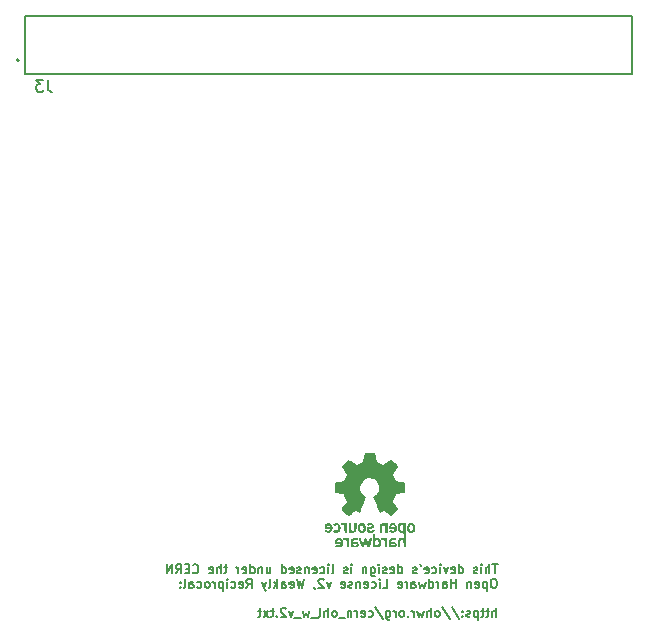
<source format=gbr>
%TF.GenerationSoftware,KiCad,Pcbnew,9.0.3*%
%TF.CreationDate,2025-07-26T10:45:52-05:00*%
%TF.ProjectId,1026 RPi Power Hat,31303236-2052-4506-9920-506f77657220,1.0.0*%
%TF.SameCoordinates,PX5f5e100PY8f0d180*%
%TF.FileFunction,Legend,Bot*%
%TF.FilePolarity,Positive*%
%FSLAX46Y46*%
G04 Gerber Fmt 4.6, Leading zero omitted, Abs format (unit mm)*
G04 Created by KiCad (PCBNEW 9.0.3) date 2025-07-26 10:45:52*
%MOMM*%
%LPD*%
G01*
G04 APERTURE LIST*
%ADD10C,0.177800*%
%ADD11C,0.150000*%
%ADD12C,0.000000*%
%ADD13C,0.200000*%
G04 APERTURE END LIST*
D10*
X46810455Y8544832D02*
X46375027Y8544832D01*
X46592741Y7782832D02*
X46592741Y8544832D01*
X46121027Y7782832D02*
X46121027Y8544832D01*
X45794456Y7782832D02*
X45794456Y8181975D01*
X45794456Y8181975D02*
X45830741Y8254546D01*
X45830741Y8254546D02*
X45903313Y8290832D01*
X45903313Y8290832D02*
X46012170Y8290832D01*
X46012170Y8290832D02*
X46084741Y8254546D01*
X46084741Y8254546D02*
X46121027Y8218260D01*
X45431598Y7782832D02*
X45431598Y8290832D01*
X45431598Y8544832D02*
X45467884Y8508546D01*
X45467884Y8508546D02*
X45431598Y8472260D01*
X45431598Y8472260D02*
X45395312Y8508546D01*
X45395312Y8508546D02*
X45431598Y8544832D01*
X45431598Y8544832D02*
X45431598Y8472260D01*
X45105027Y7819117D02*
X45032455Y7782832D01*
X45032455Y7782832D02*
X44887312Y7782832D01*
X44887312Y7782832D02*
X44814741Y7819117D01*
X44814741Y7819117D02*
X44778455Y7891689D01*
X44778455Y7891689D02*
X44778455Y7927975D01*
X44778455Y7927975D02*
X44814741Y8000546D01*
X44814741Y8000546D02*
X44887312Y8036832D01*
X44887312Y8036832D02*
X44996170Y8036832D01*
X44996170Y8036832D02*
X45068741Y8073117D01*
X45068741Y8073117D02*
X45105027Y8145689D01*
X45105027Y8145689D02*
X45105027Y8181975D01*
X45105027Y8181975D02*
X45068741Y8254546D01*
X45068741Y8254546D02*
X44996170Y8290832D01*
X44996170Y8290832D02*
X44887312Y8290832D01*
X44887312Y8290832D02*
X44814741Y8254546D01*
X43544742Y7782832D02*
X43544742Y8544832D01*
X43544742Y7819117D02*
X43617313Y7782832D01*
X43617313Y7782832D02*
X43762456Y7782832D01*
X43762456Y7782832D02*
X43835027Y7819117D01*
X43835027Y7819117D02*
X43871313Y7855403D01*
X43871313Y7855403D02*
X43907599Y7927975D01*
X43907599Y7927975D02*
X43907599Y8145689D01*
X43907599Y8145689D02*
X43871313Y8218260D01*
X43871313Y8218260D02*
X43835027Y8254546D01*
X43835027Y8254546D02*
X43762456Y8290832D01*
X43762456Y8290832D02*
X43617313Y8290832D01*
X43617313Y8290832D02*
X43544742Y8254546D01*
X42891598Y7819117D02*
X42964170Y7782832D01*
X42964170Y7782832D02*
X43109313Y7782832D01*
X43109313Y7782832D02*
X43181884Y7819117D01*
X43181884Y7819117D02*
X43218170Y7891689D01*
X43218170Y7891689D02*
X43218170Y8181975D01*
X43218170Y8181975D02*
X43181884Y8254546D01*
X43181884Y8254546D02*
X43109313Y8290832D01*
X43109313Y8290832D02*
X42964170Y8290832D01*
X42964170Y8290832D02*
X42891598Y8254546D01*
X42891598Y8254546D02*
X42855313Y8181975D01*
X42855313Y8181975D02*
X42855313Y8109403D01*
X42855313Y8109403D02*
X43218170Y8036832D01*
X42601312Y8290832D02*
X42419884Y7782832D01*
X42419884Y7782832D02*
X42238455Y8290832D01*
X41948170Y7782832D02*
X41948170Y8290832D01*
X41948170Y8544832D02*
X41984456Y8508546D01*
X41984456Y8508546D02*
X41948170Y8472260D01*
X41948170Y8472260D02*
X41911884Y8508546D01*
X41911884Y8508546D02*
X41948170Y8544832D01*
X41948170Y8544832D02*
X41948170Y8472260D01*
X41258742Y7819117D02*
X41331313Y7782832D01*
X41331313Y7782832D02*
X41476456Y7782832D01*
X41476456Y7782832D02*
X41549027Y7819117D01*
X41549027Y7819117D02*
X41585313Y7855403D01*
X41585313Y7855403D02*
X41621599Y7927975D01*
X41621599Y7927975D02*
X41621599Y8145689D01*
X41621599Y8145689D02*
X41585313Y8218260D01*
X41585313Y8218260D02*
X41549027Y8254546D01*
X41549027Y8254546D02*
X41476456Y8290832D01*
X41476456Y8290832D02*
X41331313Y8290832D01*
X41331313Y8290832D02*
X41258742Y8254546D01*
X40641884Y7819117D02*
X40714456Y7782832D01*
X40714456Y7782832D02*
X40859599Y7782832D01*
X40859599Y7782832D02*
X40932170Y7819117D01*
X40932170Y7819117D02*
X40968456Y7891689D01*
X40968456Y7891689D02*
X40968456Y8181975D01*
X40968456Y8181975D02*
X40932170Y8254546D01*
X40932170Y8254546D02*
X40859599Y8290832D01*
X40859599Y8290832D02*
X40714456Y8290832D01*
X40714456Y8290832D02*
X40641884Y8254546D01*
X40641884Y8254546D02*
X40605599Y8181975D01*
X40605599Y8181975D02*
X40605599Y8109403D01*
X40605599Y8109403D02*
X40968456Y8036832D01*
X40242741Y8544832D02*
X40315313Y8399689D01*
X39952456Y7819117D02*
X39879884Y7782832D01*
X39879884Y7782832D02*
X39734741Y7782832D01*
X39734741Y7782832D02*
X39662170Y7819117D01*
X39662170Y7819117D02*
X39625884Y7891689D01*
X39625884Y7891689D02*
X39625884Y7927975D01*
X39625884Y7927975D02*
X39662170Y8000546D01*
X39662170Y8000546D02*
X39734741Y8036832D01*
X39734741Y8036832D02*
X39843599Y8036832D01*
X39843599Y8036832D02*
X39916170Y8073117D01*
X39916170Y8073117D02*
X39952456Y8145689D01*
X39952456Y8145689D02*
X39952456Y8181975D01*
X39952456Y8181975D02*
X39916170Y8254546D01*
X39916170Y8254546D02*
X39843599Y8290832D01*
X39843599Y8290832D02*
X39734741Y8290832D01*
X39734741Y8290832D02*
X39662170Y8254546D01*
X38392171Y7782832D02*
X38392171Y8544832D01*
X38392171Y7819117D02*
X38464742Y7782832D01*
X38464742Y7782832D02*
X38609885Y7782832D01*
X38609885Y7782832D02*
X38682456Y7819117D01*
X38682456Y7819117D02*
X38718742Y7855403D01*
X38718742Y7855403D02*
X38755028Y7927975D01*
X38755028Y7927975D02*
X38755028Y8145689D01*
X38755028Y8145689D02*
X38718742Y8218260D01*
X38718742Y8218260D02*
X38682456Y8254546D01*
X38682456Y8254546D02*
X38609885Y8290832D01*
X38609885Y8290832D02*
X38464742Y8290832D01*
X38464742Y8290832D02*
X38392171Y8254546D01*
X37739027Y7819117D02*
X37811599Y7782832D01*
X37811599Y7782832D02*
X37956742Y7782832D01*
X37956742Y7782832D02*
X38029313Y7819117D01*
X38029313Y7819117D02*
X38065599Y7891689D01*
X38065599Y7891689D02*
X38065599Y8181975D01*
X38065599Y8181975D02*
X38029313Y8254546D01*
X38029313Y8254546D02*
X37956742Y8290832D01*
X37956742Y8290832D02*
X37811599Y8290832D01*
X37811599Y8290832D02*
X37739027Y8254546D01*
X37739027Y8254546D02*
X37702742Y8181975D01*
X37702742Y8181975D02*
X37702742Y8109403D01*
X37702742Y8109403D02*
X38065599Y8036832D01*
X37412456Y7819117D02*
X37339884Y7782832D01*
X37339884Y7782832D02*
X37194741Y7782832D01*
X37194741Y7782832D02*
X37122170Y7819117D01*
X37122170Y7819117D02*
X37085884Y7891689D01*
X37085884Y7891689D02*
X37085884Y7927975D01*
X37085884Y7927975D02*
X37122170Y8000546D01*
X37122170Y8000546D02*
X37194741Y8036832D01*
X37194741Y8036832D02*
X37303599Y8036832D01*
X37303599Y8036832D02*
X37376170Y8073117D01*
X37376170Y8073117D02*
X37412456Y8145689D01*
X37412456Y8145689D02*
X37412456Y8181975D01*
X37412456Y8181975D02*
X37376170Y8254546D01*
X37376170Y8254546D02*
X37303599Y8290832D01*
X37303599Y8290832D02*
X37194741Y8290832D01*
X37194741Y8290832D02*
X37122170Y8254546D01*
X36759313Y7782832D02*
X36759313Y8290832D01*
X36759313Y8544832D02*
X36795599Y8508546D01*
X36795599Y8508546D02*
X36759313Y8472260D01*
X36759313Y8472260D02*
X36723027Y8508546D01*
X36723027Y8508546D02*
X36759313Y8544832D01*
X36759313Y8544832D02*
X36759313Y8472260D01*
X36069885Y8290832D02*
X36069885Y7673975D01*
X36069885Y7673975D02*
X36106170Y7601403D01*
X36106170Y7601403D02*
X36142456Y7565117D01*
X36142456Y7565117D02*
X36215027Y7528832D01*
X36215027Y7528832D02*
X36323885Y7528832D01*
X36323885Y7528832D02*
X36396456Y7565117D01*
X36069885Y7819117D02*
X36142456Y7782832D01*
X36142456Y7782832D02*
X36287599Y7782832D01*
X36287599Y7782832D02*
X36360170Y7819117D01*
X36360170Y7819117D02*
X36396456Y7855403D01*
X36396456Y7855403D02*
X36432742Y7927975D01*
X36432742Y7927975D02*
X36432742Y8145689D01*
X36432742Y8145689D02*
X36396456Y8218260D01*
X36396456Y8218260D02*
X36360170Y8254546D01*
X36360170Y8254546D02*
X36287599Y8290832D01*
X36287599Y8290832D02*
X36142456Y8290832D01*
X36142456Y8290832D02*
X36069885Y8254546D01*
X35707027Y8290832D02*
X35707027Y7782832D01*
X35707027Y8218260D02*
X35670741Y8254546D01*
X35670741Y8254546D02*
X35598170Y8290832D01*
X35598170Y8290832D02*
X35489313Y8290832D01*
X35489313Y8290832D02*
X35416741Y8254546D01*
X35416741Y8254546D02*
X35380456Y8181975D01*
X35380456Y8181975D02*
X35380456Y7782832D01*
X34437027Y7782832D02*
X34437027Y8290832D01*
X34437027Y8544832D02*
X34473313Y8508546D01*
X34473313Y8508546D02*
X34437027Y8472260D01*
X34437027Y8472260D02*
X34400741Y8508546D01*
X34400741Y8508546D02*
X34437027Y8544832D01*
X34437027Y8544832D02*
X34437027Y8472260D01*
X34110456Y7819117D02*
X34037884Y7782832D01*
X34037884Y7782832D02*
X33892741Y7782832D01*
X33892741Y7782832D02*
X33820170Y7819117D01*
X33820170Y7819117D02*
X33783884Y7891689D01*
X33783884Y7891689D02*
X33783884Y7927975D01*
X33783884Y7927975D02*
X33820170Y8000546D01*
X33820170Y8000546D02*
X33892741Y8036832D01*
X33892741Y8036832D02*
X34001599Y8036832D01*
X34001599Y8036832D02*
X34074170Y8073117D01*
X34074170Y8073117D02*
X34110456Y8145689D01*
X34110456Y8145689D02*
X34110456Y8181975D01*
X34110456Y8181975D02*
X34074170Y8254546D01*
X34074170Y8254546D02*
X34001599Y8290832D01*
X34001599Y8290832D02*
X33892741Y8290832D01*
X33892741Y8290832D02*
X33820170Y8254546D01*
X32767885Y7782832D02*
X32840456Y7819117D01*
X32840456Y7819117D02*
X32876742Y7891689D01*
X32876742Y7891689D02*
X32876742Y8544832D01*
X32477599Y7782832D02*
X32477599Y8290832D01*
X32477599Y8544832D02*
X32513885Y8508546D01*
X32513885Y8508546D02*
X32477599Y8472260D01*
X32477599Y8472260D02*
X32441313Y8508546D01*
X32441313Y8508546D02*
X32477599Y8544832D01*
X32477599Y8544832D02*
X32477599Y8472260D01*
X31788171Y7819117D02*
X31860742Y7782832D01*
X31860742Y7782832D02*
X32005885Y7782832D01*
X32005885Y7782832D02*
X32078456Y7819117D01*
X32078456Y7819117D02*
X32114742Y7855403D01*
X32114742Y7855403D02*
X32151028Y7927975D01*
X32151028Y7927975D02*
X32151028Y8145689D01*
X32151028Y8145689D02*
X32114742Y8218260D01*
X32114742Y8218260D02*
X32078456Y8254546D01*
X32078456Y8254546D02*
X32005885Y8290832D01*
X32005885Y8290832D02*
X31860742Y8290832D01*
X31860742Y8290832D02*
X31788171Y8254546D01*
X31171313Y7819117D02*
X31243885Y7782832D01*
X31243885Y7782832D02*
X31389028Y7782832D01*
X31389028Y7782832D02*
X31461599Y7819117D01*
X31461599Y7819117D02*
X31497885Y7891689D01*
X31497885Y7891689D02*
X31497885Y8181975D01*
X31497885Y8181975D02*
X31461599Y8254546D01*
X31461599Y8254546D02*
X31389028Y8290832D01*
X31389028Y8290832D02*
X31243885Y8290832D01*
X31243885Y8290832D02*
X31171313Y8254546D01*
X31171313Y8254546D02*
X31135028Y8181975D01*
X31135028Y8181975D02*
X31135028Y8109403D01*
X31135028Y8109403D02*
X31497885Y8036832D01*
X30808456Y8290832D02*
X30808456Y7782832D01*
X30808456Y8218260D02*
X30772170Y8254546D01*
X30772170Y8254546D02*
X30699599Y8290832D01*
X30699599Y8290832D02*
X30590742Y8290832D01*
X30590742Y8290832D02*
X30518170Y8254546D01*
X30518170Y8254546D02*
X30481885Y8181975D01*
X30481885Y8181975D02*
X30481885Y7782832D01*
X30155313Y7819117D02*
X30082741Y7782832D01*
X30082741Y7782832D02*
X29937598Y7782832D01*
X29937598Y7782832D02*
X29865027Y7819117D01*
X29865027Y7819117D02*
X29828741Y7891689D01*
X29828741Y7891689D02*
X29828741Y7927975D01*
X29828741Y7927975D02*
X29865027Y8000546D01*
X29865027Y8000546D02*
X29937598Y8036832D01*
X29937598Y8036832D02*
X30046456Y8036832D01*
X30046456Y8036832D02*
X30119027Y8073117D01*
X30119027Y8073117D02*
X30155313Y8145689D01*
X30155313Y8145689D02*
X30155313Y8181975D01*
X30155313Y8181975D02*
X30119027Y8254546D01*
X30119027Y8254546D02*
X30046456Y8290832D01*
X30046456Y8290832D02*
X29937598Y8290832D01*
X29937598Y8290832D02*
X29865027Y8254546D01*
X29211884Y7819117D02*
X29284456Y7782832D01*
X29284456Y7782832D02*
X29429599Y7782832D01*
X29429599Y7782832D02*
X29502170Y7819117D01*
X29502170Y7819117D02*
X29538456Y7891689D01*
X29538456Y7891689D02*
X29538456Y8181975D01*
X29538456Y8181975D02*
X29502170Y8254546D01*
X29502170Y8254546D02*
X29429599Y8290832D01*
X29429599Y8290832D02*
X29284456Y8290832D01*
X29284456Y8290832D02*
X29211884Y8254546D01*
X29211884Y8254546D02*
X29175599Y8181975D01*
X29175599Y8181975D02*
X29175599Y8109403D01*
X29175599Y8109403D02*
X29538456Y8036832D01*
X28522456Y7782832D02*
X28522456Y8544832D01*
X28522456Y7819117D02*
X28595027Y7782832D01*
X28595027Y7782832D02*
X28740170Y7782832D01*
X28740170Y7782832D02*
X28812741Y7819117D01*
X28812741Y7819117D02*
X28849027Y7855403D01*
X28849027Y7855403D02*
X28885313Y7927975D01*
X28885313Y7927975D02*
X28885313Y8145689D01*
X28885313Y8145689D02*
X28849027Y8218260D01*
X28849027Y8218260D02*
X28812741Y8254546D01*
X28812741Y8254546D02*
X28740170Y8290832D01*
X28740170Y8290832D02*
X28595027Y8290832D01*
X28595027Y8290832D02*
X28522456Y8254546D01*
X27252456Y8290832D02*
X27252456Y7782832D01*
X27579027Y8290832D02*
X27579027Y7891689D01*
X27579027Y7891689D02*
X27542741Y7819117D01*
X27542741Y7819117D02*
X27470170Y7782832D01*
X27470170Y7782832D02*
X27361313Y7782832D01*
X27361313Y7782832D02*
X27288741Y7819117D01*
X27288741Y7819117D02*
X27252456Y7855403D01*
X26889598Y8290832D02*
X26889598Y7782832D01*
X26889598Y8218260D02*
X26853312Y8254546D01*
X26853312Y8254546D02*
X26780741Y8290832D01*
X26780741Y8290832D02*
X26671884Y8290832D01*
X26671884Y8290832D02*
X26599312Y8254546D01*
X26599312Y8254546D02*
X26563027Y8181975D01*
X26563027Y8181975D02*
X26563027Y7782832D01*
X25873598Y7782832D02*
X25873598Y8544832D01*
X25873598Y7819117D02*
X25946169Y7782832D01*
X25946169Y7782832D02*
X26091312Y7782832D01*
X26091312Y7782832D02*
X26163883Y7819117D01*
X26163883Y7819117D02*
X26200169Y7855403D01*
X26200169Y7855403D02*
X26236455Y7927975D01*
X26236455Y7927975D02*
X26236455Y8145689D01*
X26236455Y8145689D02*
X26200169Y8218260D01*
X26200169Y8218260D02*
X26163883Y8254546D01*
X26163883Y8254546D02*
X26091312Y8290832D01*
X26091312Y8290832D02*
X25946169Y8290832D01*
X25946169Y8290832D02*
X25873598Y8254546D01*
X25220454Y7819117D02*
X25293026Y7782832D01*
X25293026Y7782832D02*
X25438169Y7782832D01*
X25438169Y7782832D02*
X25510740Y7819117D01*
X25510740Y7819117D02*
X25547026Y7891689D01*
X25547026Y7891689D02*
X25547026Y8181975D01*
X25547026Y8181975D02*
X25510740Y8254546D01*
X25510740Y8254546D02*
X25438169Y8290832D01*
X25438169Y8290832D02*
X25293026Y8290832D01*
X25293026Y8290832D02*
X25220454Y8254546D01*
X25220454Y8254546D02*
X25184169Y8181975D01*
X25184169Y8181975D02*
X25184169Y8109403D01*
X25184169Y8109403D02*
X25547026Y8036832D01*
X24857597Y7782832D02*
X24857597Y8290832D01*
X24857597Y8145689D02*
X24821311Y8218260D01*
X24821311Y8218260D02*
X24785026Y8254546D01*
X24785026Y8254546D02*
X24712454Y8290832D01*
X24712454Y8290832D02*
X24639883Y8290832D01*
X23914169Y8290832D02*
X23623883Y8290832D01*
X23805312Y8544832D02*
X23805312Y7891689D01*
X23805312Y7891689D02*
X23769026Y7819117D01*
X23769026Y7819117D02*
X23696455Y7782832D01*
X23696455Y7782832D02*
X23623883Y7782832D01*
X23369883Y7782832D02*
X23369883Y8544832D01*
X23043312Y7782832D02*
X23043312Y8181975D01*
X23043312Y8181975D02*
X23079597Y8254546D01*
X23079597Y8254546D02*
X23152169Y8290832D01*
X23152169Y8290832D02*
X23261026Y8290832D01*
X23261026Y8290832D02*
X23333597Y8254546D01*
X23333597Y8254546D02*
X23369883Y8218260D01*
X22390168Y7819117D02*
X22462740Y7782832D01*
X22462740Y7782832D02*
X22607883Y7782832D01*
X22607883Y7782832D02*
X22680454Y7819117D01*
X22680454Y7819117D02*
X22716740Y7891689D01*
X22716740Y7891689D02*
X22716740Y8181975D01*
X22716740Y8181975D02*
X22680454Y8254546D01*
X22680454Y8254546D02*
X22607883Y8290832D01*
X22607883Y8290832D02*
X22462740Y8290832D01*
X22462740Y8290832D02*
X22390168Y8254546D01*
X22390168Y8254546D02*
X22353883Y8181975D01*
X22353883Y8181975D02*
X22353883Y8109403D01*
X22353883Y8109403D02*
X22716740Y8036832D01*
X21011311Y7855403D02*
X21047597Y7819117D01*
X21047597Y7819117D02*
X21156454Y7782832D01*
X21156454Y7782832D02*
X21229026Y7782832D01*
X21229026Y7782832D02*
X21337883Y7819117D01*
X21337883Y7819117D02*
X21410454Y7891689D01*
X21410454Y7891689D02*
X21446740Y7964260D01*
X21446740Y7964260D02*
X21483026Y8109403D01*
X21483026Y8109403D02*
X21483026Y8218260D01*
X21483026Y8218260D02*
X21446740Y8363403D01*
X21446740Y8363403D02*
X21410454Y8435975D01*
X21410454Y8435975D02*
X21337883Y8508546D01*
X21337883Y8508546D02*
X21229026Y8544832D01*
X21229026Y8544832D02*
X21156454Y8544832D01*
X21156454Y8544832D02*
X21047597Y8508546D01*
X21047597Y8508546D02*
X21011311Y8472260D01*
X20684740Y8181975D02*
X20430740Y8181975D01*
X20321883Y7782832D02*
X20684740Y7782832D01*
X20684740Y7782832D02*
X20684740Y8544832D01*
X20684740Y8544832D02*
X20321883Y8544832D01*
X19559882Y7782832D02*
X19813882Y8145689D01*
X19995311Y7782832D02*
X19995311Y8544832D01*
X19995311Y8544832D02*
X19705025Y8544832D01*
X19705025Y8544832D02*
X19632454Y8508546D01*
X19632454Y8508546D02*
X19596168Y8472260D01*
X19596168Y8472260D02*
X19559882Y8399689D01*
X19559882Y8399689D02*
X19559882Y8290832D01*
X19559882Y8290832D02*
X19596168Y8218260D01*
X19596168Y8218260D02*
X19632454Y8181975D01*
X19632454Y8181975D02*
X19705025Y8145689D01*
X19705025Y8145689D02*
X19995311Y8145689D01*
X19233311Y7782832D02*
X19233311Y8544832D01*
X19233311Y8544832D02*
X18797882Y7782832D01*
X18797882Y7782832D02*
X18797882Y8544832D01*
X46556455Y7318055D02*
X46411312Y7318055D01*
X46411312Y7318055D02*
X46338741Y7281769D01*
X46338741Y7281769D02*
X46266169Y7209198D01*
X46266169Y7209198D02*
X46229884Y7064055D01*
X46229884Y7064055D02*
X46229884Y6810055D01*
X46229884Y6810055D02*
X46266169Y6664912D01*
X46266169Y6664912D02*
X46338741Y6592340D01*
X46338741Y6592340D02*
X46411312Y6556055D01*
X46411312Y6556055D02*
X46556455Y6556055D01*
X46556455Y6556055D02*
X46629027Y6592340D01*
X46629027Y6592340D02*
X46701598Y6664912D01*
X46701598Y6664912D02*
X46737884Y6810055D01*
X46737884Y6810055D02*
X46737884Y7064055D01*
X46737884Y7064055D02*
X46701598Y7209198D01*
X46701598Y7209198D02*
X46629027Y7281769D01*
X46629027Y7281769D02*
X46556455Y7318055D01*
X45903312Y7064055D02*
X45903312Y6302055D01*
X45903312Y7027769D02*
X45830741Y7064055D01*
X45830741Y7064055D02*
X45685598Y7064055D01*
X45685598Y7064055D02*
X45613026Y7027769D01*
X45613026Y7027769D02*
X45576741Y6991483D01*
X45576741Y6991483D02*
X45540455Y6918912D01*
X45540455Y6918912D02*
X45540455Y6701198D01*
X45540455Y6701198D02*
X45576741Y6628626D01*
X45576741Y6628626D02*
X45613026Y6592340D01*
X45613026Y6592340D02*
X45685598Y6556055D01*
X45685598Y6556055D02*
X45830741Y6556055D01*
X45830741Y6556055D02*
X45903312Y6592340D01*
X44923597Y6592340D02*
X44996169Y6556055D01*
X44996169Y6556055D02*
X45141312Y6556055D01*
X45141312Y6556055D02*
X45213883Y6592340D01*
X45213883Y6592340D02*
X45250169Y6664912D01*
X45250169Y6664912D02*
X45250169Y6955198D01*
X45250169Y6955198D02*
X45213883Y7027769D01*
X45213883Y7027769D02*
X45141312Y7064055D01*
X45141312Y7064055D02*
X44996169Y7064055D01*
X44996169Y7064055D02*
X44923597Y7027769D01*
X44923597Y7027769D02*
X44887312Y6955198D01*
X44887312Y6955198D02*
X44887312Y6882626D01*
X44887312Y6882626D02*
X45250169Y6810055D01*
X44560740Y7064055D02*
X44560740Y6556055D01*
X44560740Y6991483D02*
X44524454Y7027769D01*
X44524454Y7027769D02*
X44451883Y7064055D01*
X44451883Y7064055D02*
X44343026Y7064055D01*
X44343026Y7064055D02*
X44270454Y7027769D01*
X44270454Y7027769D02*
X44234169Y6955198D01*
X44234169Y6955198D02*
X44234169Y6556055D01*
X43290740Y6556055D02*
X43290740Y7318055D01*
X43290740Y6955198D02*
X42855311Y6955198D01*
X42855311Y6556055D02*
X42855311Y7318055D01*
X42165883Y6556055D02*
X42165883Y6955198D01*
X42165883Y6955198D02*
X42202168Y7027769D01*
X42202168Y7027769D02*
X42274740Y7064055D01*
X42274740Y7064055D02*
X42419883Y7064055D01*
X42419883Y7064055D02*
X42492454Y7027769D01*
X42165883Y6592340D02*
X42238454Y6556055D01*
X42238454Y6556055D02*
X42419883Y6556055D01*
X42419883Y6556055D02*
X42492454Y6592340D01*
X42492454Y6592340D02*
X42528740Y6664912D01*
X42528740Y6664912D02*
X42528740Y6737483D01*
X42528740Y6737483D02*
X42492454Y6810055D01*
X42492454Y6810055D02*
X42419883Y6846340D01*
X42419883Y6846340D02*
X42238454Y6846340D01*
X42238454Y6846340D02*
X42165883Y6882626D01*
X41803025Y6556055D02*
X41803025Y7064055D01*
X41803025Y6918912D02*
X41766739Y6991483D01*
X41766739Y6991483D02*
X41730454Y7027769D01*
X41730454Y7027769D02*
X41657882Y7064055D01*
X41657882Y7064055D02*
X41585311Y7064055D01*
X41004740Y6556055D02*
X41004740Y7318055D01*
X41004740Y6592340D02*
X41077311Y6556055D01*
X41077311Y6556055D02*
X41222454Y6556055D01*
X41222454Y6556055D02*
X41295025Y6592340D01*
X41295025Y6592340D02*
X41331311Y6628626D01*
X41331311Y6628626D02*
X41367597Y6701198D01*
X41367597Y6701198D02*
X41367597Y6918912D01*
X41367597Y6918912D02*
X41331311Y6991483D01*
X41331311Y6991483D02*
X41295025Y7027769D01*
X41295025Y7027769D02*
X41222454Y7064055D01*
X41222454Y7064055D02*
X41077311Y7064055D01*
X41077311Y7064055D02*
X41004740Y7027769D01*
X40714453Y7064055D02*
X40569311Y6556055D01*
X40569311Y6556055D02*
X40424168Y6918912D01*
X40424168Y6918912D02*
X40279025Y6556055D01*
X40279025Y6556055D02*
X40133882Y7064055D01*
X39517025Y6556055D02*
X39517025Y6955198D01*
X39517025Y6955198D02*
X39553310Y7027769D01*
X39553310Y7027769D02*
X39625882Y7064055D01*
X39625882Y7064055D02*
X39771025Y7064055D01*
X39771025Y7064055D02*
X39843596Y7027769D01*
X39517025Y6592340D02*
X39589596Y6556055D01*
X39589596Y6556055D02*
X39771025Y6556055D01*
X39771025Y6556055D02*
X39843596Y6592340D01*
X39843596Y6592340D02*
X39879882Y6664912D01*
X39879882Y6664912D02*
X39879882Y6737483D01*
X39879882Y6737483D02*
X39843596Y6810055D01*
X39843596Y6810055D02*
X39771025Y6846340D01*
X39771025Y6846340D02*
X39589596Y6846340D01*
X39589596Y6846340D02*
X39517025Y6882626D01*
X39154167Y6556055D02*
X39154167Y7064055D01*
X39154167Y6918912D02*
X39117881Y6991483D01*
X39117881Y6991483D02*
X39081596Y7027769D01*
X39081596Y7027769D02*
X39009024Y7064055D01*
X39009024Y7064055D02*
X38936453Y7064055D01*
X38392167Y6592340D02*
X38464739Y6556055D01*
X38464739Y6556055D02*
X38609882Y6556055D01*
X38609882Y6556055D02*
X38682453Y6592340D01*
X38682453Y6592340D02*
X38718739Y6664912D01*
X38718739Y6664912D02*
X38718739Y6955198D01*
X38718739Y6955198D02*
X38682453Y7027769D01*
X38682453Y7027769D02*
X38609882Y7064055D01*
X38609882Y7064055D02*
X38464739Y7064055D01*
X38464739Y7064055D02*
X38392167Y7027769D01*
X38392167Y7027769D02*
X38355882Y6955198D01*
X38355882Y6955198D02*
X38355882Y6882626D01*
X38355882Y6882626D02*
X38718739Y6810055D01*
X37085882Y6556055D02*
X37448739Y6556055D01*
X37448739Y6556055D02*
X37448739Y7318055D01*
X36831882Y6556055D02*
X36831882Y7064055D01*
X36831882Y7318055D02*
X36868168Y7281769D01*
X36868168Y7281769D02*
X36831882Y7245483D01*
X36831882Y7245483D02*
X36795596Y7281769D01*
X36795596Y7281769D02*
X36831882Y7318055D01*
X36831882Y7318055D02*
X36831882Y7245483D01*
X36142454Y6592340D02*
X36215025Y6556055D01*
X36215025Y6556055D02*
X36360168Y6556055D01*
X36360168Y6556055D02*
X36432739Y6592340D01*
X36432739Y6592340D02*
X36469025Y6628626D01*
X36469025Y6628626D02*
X36505311Y6701198D01*
X36505311Y6701198D02*
X36505311Y6918912D01*
X36505311Y6918912D02*
X36469025Y6991483D01*
X36469025Y6991483D02*
X36432739Y7027769D01*
X36432739Y7027769D02*
X36360168Y7064055D01*
X36360168Y7064055D02*
X36215025Y7064055D01*
X36215025Y7064055D02*
X36142454Y7027769D01*
X35525596Y6592340D02*
X35598168Y6556055D01*
X35598168Y6556055D02*
X35743311Y6556055D01*
X35743311Y6556055D02*
X35815882Y6592340D01*
X35815882Y6592340D02*
X35852168Y6664912D01*
X35852168Y6664912D02*
X35852168Y6955198D01*
X35852168Y6955198D02*
X35815882Y7027769D01*
X35815882Y7027769D02*
X35743311Y7064055D01*
X35743311Y7064055D02*
X35598168Y7064055D01*
X35598168Y7064055D02*
X35525596Y7027769D01*
X35525596Y7027769D02*
X35489311Y6955198D01*
X35489311Y6955198D02*
X35489311Y6882626D01*
X35489311Y6882626D02*
X35852168Y6810055D01*
X35162739Y7064055D02*
X35162739Y6556055D01*
X35162739Y6991483D02*
X35126453Y7027769D01*
X35126453Y7027769D02*
X35053882Y7064055D01*
X35053882Y7064055D02*
X34945025Y7064055D01*
X34945025Y7064055D02*
X34872453Y7027769D01*
X34872453Y7027769D02*
X34836168Y6955198D01*
X34836168Y6955198D02*
X34836168Y6556055D01*
X34509596Y6592340D02*
X34437024Y6556055D01*
X34437024Y6556055D02*
X34291881Y6556055D01*
X34291881Y6556055D02*
X34219310Y6592340D01*
X34219310Y6592340D02*
X34183024Y6664912D01*
X34183024Y6664912D02*
X34183024Y6701198D01*
X34183024Y6701198D02*
X34219310Y6773769D01*
X34219310Y6773769D02*
X34291881Y6810055D01*
X34291881Y6810055D02*
X34400739Y6810055D01*
X34400739Y6810055D02*
X34473310Y6846340D01*
X34473310Y6846340D02*
X34509596Y6918912D01*
X34509596Y6918912D02*
X34509596Y6955198D01*
X34509596Y6955198D02*
X34473310Y7027769D01*
X34473310Y7027769D02*
X34400739Y7064055D01*
X34400739Y7064055D02*
X34291881Y7064055D01*
X34291881Y7064055D02*
X34219310Y7027769D01*
X33566167Y6592340D02*
X33638739Y6556055D01*
X33638739Y6556055D02*
X33783882Y6556055D01*
X33783882Y6556055D02*
X33856453Y6592340D01*
X33856453Y6592340D02*
X33892739Y6664912D01*
X33892739Y6664912D02*
X33892739Y6955198D01*
X33892739Y6955198D02*
X33856453Y7027769D01*
X33856453Y7027769D02*
X33783882Y7064055D01*
X33783882Y7064055D02*
X33638739Y7064055D01*
X33638739Y7064055D02*
X33566167Y7027769D01*
X33566167Y7027769D02*
X33529882Y6955198D01*
X33529882Y6955198D02*
X33529882Y6882626D01*
X33529882Y6882626D02*
X33892739Y6810055D01*
X32695310Y7064055D02*
X32513882Y6556055D01*
X32513882Y6556055D02*
X32332453Y7064055D01*
X32078454Y7245483D02*
X32042168Y7281769D01*
X32042168Y7281769D02*
X31969597Y7318055D01*
X31969597Y7318055D02*
X31788168Y7318055D01*
X31788168Y7318055D02*
X31715597Y7281769D01*
X31715597Y7281769D02*
X31679311Y7245483D01*
X31679311Y7245483D02*
X31643025Y7172912D01*
X31643025Y7172912D02*
X31643025Y7100340D01*
X31643025Y7100340D02*
X31679311Y6991483D01*
X31679311Y6991483D02*
X32114739Y6556055D01*
X32114739Y6556055D02*
X31643025Y6556055D01*
X31280168Y6592340D02*
X31280168Y6556055D01*
X31280168Y6556055D02*
X31316454Y6483483D01*
X31316454Y6483483D02*
X31352740Y6447198D01*
X30445597Y7318055D02*
X30264169Y6556055D01*
X30264169Y6556055D02*
X30119026Y7100340D01*
X30119026Y7100340D02*
X29973883Y6556055D01*
X29973883Y6556055D02*
X29792455Y7318055D01*
X29211883Y6592340D02*
X29284455Y6556055D01*
X29284455Y6556055D02*
X29429598Y6556055D01*
X29429598Y6556055D02*
X29502169Y6592340D01*
X29502169Y6592340D02*
X29538455Y6664912D01*
X29538455Y6664912D02*
X29538455Y6955198D01*
X29538455Y6955198D02*
X29502169Y7027769D01*
X29502169Y7027769D02*
X29429598Y7064055D01*
X29429598Y7064055D02*
X29284455Y7064055D01*
X29284455Y7064055D02*
X29211883Y7027769D01*
X29211883Y7027769D02*
X29175598Y6955198D01*
X29175598Y6955198D02*
X29175598Y6882626D01*
X29175598Y6882626D02*
X29538455Y6810055D01*
X28522455Y6556055D02*
X28522455Y6955198D01*
X28522455Y6955198D02*
X28558740Y7027769D01*
X28558740Y7027769D02*
X28631312Y7064055D01*
X28631312Y7064055D02*
X28776455Y7064055D01*
X28776455Y7064055D02*
X28849026Y7027769D01*
X28522455Y6592340D02*
X28595026Y6556055D01*
X28595026Y6556055D02*
X28776455Y6556055D01*
X28776455Y6556055D02*
X28849026Y6592340D01*
X28849026Y6592340D02*
X28885312Y6664912D01*
X28885312Y6664912D02*
X28885312Y6737483D01*
X28885312Y6737483D02*
X28849026Y6810055D01*
X28849026Y6810055D02*
X28776455Y6846340D01*
X28776455Y6846340D02*
X28595026Y6846340D01*
X28595026Y6846340D02*
X28522455Y6882626D01*
X28159597Y6556055D02*
X28159597Y7318055D01*
X28087026Y6846340D02*
X27869311Y6556055D01*
X27869311Y7064055D02*
X28159597Y6773769D01*
X27433883Y6556055D02*
X27506454Y6592340D01*
X27506454Y6592340D02*
X27542740Y6664912D01*
X27542740Y6664912D02*
X27542740Y7318055D01*
X27216168Y7064055D02*
X27034740Y6556055D01*
X26853311Y7064055D02*
X27034740Y6556055D01*
X27034740Y6556055D02*
X27107311Y6374626D01*
X27107311Y6374626D02*
X27143597Y6338340D01*
X27143597Y6338340D02*
X27216168Y6302055D01*
X25547026Y6556055D02*
X25801026Y6918912D01*
X25982455Y6556055D02*
X25982455Y7318055D01*
X25982455Y7318055D02*
X25692169Y7318055D01*
X25692169Y7318055D02*
X25619598Y7281769D01*
X25619598Y7281769D02*
X25583312Y7245483D01*
X25583312Y7245483D02*
X25547026Y7172912D01*
X25547026Y7172912D02*
X25547026Y7064055D01*
X25547026Y7064055D02*
X25583312Y6991483D01*
X25583312Y6991483D02*
X25619598Y6955198D01*
X25619598Y6955198D02*
X25692169Y6918912D01*
X25692169Y6918912D02*
X25982455Y6918912D01*
X24930169Y6592340D02*
X25002741Y6556055D01*
X25002741Y6556055D02*
X25147884Y6556055D01*
X25147884Y6556055D02*
X25220455Y6592340D01*
X25220455Y6592340D02*
X25256741Y6664912D01*
X25256741Y6664912D02*
X25256741Y6955198D01*
X25256741Y6955198D02*
X25220455Y7027769D01*
X25220455Y7027769D02*
X25147884Y7064055D01*
X25147884Y7064055D02*
X25002741Y7064055D01*
X25002741Y7064055D02*
X24930169Y7027769D01*
X24930169Y7027769D02*
X24893884Y6955198D01*
X24893884Y6955198D02*
X24893884Y6882626D01*
X24893884Y6882626D02*
X25256741Y6810055D01*
X24240741Y6592340D02*
X24313312Y6556055D01*
X24313312Y6556055D02*
X24458455Y6556055D01*
X24458455Y6556055D02*
X24531026Y6592340D01*
X24531026Y6592340D02*
X24567312Y6628626D01*
X24567312Y6628626D02*
X24603598Y6701198D01*
X24603598Y6701198D02*
X24603598Y6918912D01*
X24603598Y6918912D02*
X24567312Y6991483D01*
X24567312Y6991483D02*
X24531026Y7027769D01*
X24531026Y7027769D02*
X24458455Y7064055D01*
X24458455Y7064055D02*
X24313312Y7064055D01*
X24313312Y7064055D02*
X24240741Y7027769D01*
X23914169Y6556055D02*
X23914169Y7064055D01*
X23914169Y7318055D02*
X23950455Y7281769D01*
X23950455Y7281769D02*
X23914169Y7245483D01*
X23914169Y7245483D02*
X23877883Y7281769D01*
X23877883Y7281769D02*
X23914169Y7318055D01*
X23914169Y7318055D02*
X23914169Y7245483D01*
X23551312Y7064055D02*
X23551312Y6302055D01*
X23551312Y7027769D02*
X23478741Y7064055D01*
X23478741Y7064055D02*
X23333598Y7064055D01*
X23333598Y7064055D02*
X23261026Y7027769D01*
X23261026Y7027769D02*
X23224741Y6991483D01*
X23224741Y6991483D02*
X23188455Y6918912D01*
X23188455Y6918912D02*
X23188455Y6701198D01*
X23188455Y6701198D02*
X23224741Y6628626D01*
X23224741Y6628626D02*
X23261026Y6592340D01*
X23261026Y6592340D02*
X23333598Y6556055D01*
X23333598Y6556055D02*
X23478741Y6556055D01*
X23478741Y6556055D02*
X23551312Y6592340D01*
X22861883Y6556055D02*
X22861883Y7064055D01*
X22861883Y6918912D02*
X22825597Y6991483D01*
X22825597Y6991483D02*
X22789312Y7027769D01*
X22789312Y7027769D02*
X22716740Y7064055D01*
X22716740Y7064055D02*
X22644169Y7064055D01*
X22281312Y6556055D02*
X22353883Y6592340D01*
X22353883Y6592340D02*
X22390169Y6628626D01*
X22390169Y6628626D02*
X22426455Y6701198D01*
X22426455Y6701198D02*
X22426455Y6918912D01*
X22426455Y6918912D02*
X22390169Y6991483D01*
X22390169Y6991483D02*
X22353883Y7027769D01*
X22353883Y7027769D02*
X22281312Y7064055D01*
X22281312Y7064055D02*
X22172455Y7064055D01*
X22172455Y7064055D02*
X22099883Y7027769D01*
X22099883Y7027769D02*
X22063598Y6991483D01*
X22063598Y6991483D02*
X22027312Y6918912D01*
X22027312Y6918912D02*
X22027312Y6701198D01*
X22027312Y6701198D02*
X22063598Y6628626D01*
X22063598Y6628626D02*
X22099883Y6592340D01*
X22099883Y6592340D02*
X22172455Y6556055D01*
X22172455Y6556055D02*
X22281312Y6556055D01*
X21374169Y6592340D02*
X21446740Y6556055D01*
X21446740Y6556055D02*
X21591883Y6556055D01*
X21591883Y6556055D02*
X21664454Y6592340D01*
X21664454Y6592340D02*
X21700740Y6628626D01*
X21700740Y6628626D02*
X21737026Y6701198D01*
X21737026Y6701198D02*
X21737026Y6918912D01*
X21737026Y6918912D02*
X21700740Y6991483D01*
X21700740Y6991483D02*
X21664454Y7027769D01*
X21664454Y7027769D02*
X21591883Y7064055D01*
X21591883Y7064055D02*
X21446740Y7064055D01*
X21446740Y7064055D02*
X21374169Y7027769D01*
X20721026Y6556055D02*
X20721026Y6955198D01*
X20721026Y6955198D02*
X20757311Y7027769D01*
X20757311Y7027769D02*
X20829883Y7064055D01*
X20829883Y7064055D02*
X20975026Y7064055D01*
X20975026Y7064055D02*
X21047597Y7027769D01*
X20721026Y6592340D02*
X20793597Y6556055D01*
X20793597Y6556055D02*
X20975026Y6556055D01*
X20975026Y6556055D02*
X21047597Y6592340D01*
X21047597Y6592340D02*
X21083883Y6664912D01*
X21083883Y6664912D02*
X21083883Y6737483D01*
X21083883Y6737483D02*
X21047597Y6810055D01*
X21047597Y6810055D02*
X20975026Y6846340D01*
X20975026Y6846340D02*
X20793597Y6846340D01*
X20793597Y6846340D02*
X20721026Y6882626D01*
X20249311Y6556055D02*
X20321882Y6592340D01*
X20321882Y6592340D02*
X20358168Y6664912D01*
X20358168Y6664912D02*
X20358168Y7318055D01*
X19959025Y6628626D02*
X19922739Y6592340D01*
X19922739Y6592340D02*
X19959025Y6556055D01*
X19959025Y6556055D02*
X19995311Y6592340D01*
X19995311Y6592340D02*
X19959025Y6628626D01*
X19959025Y6628626D02*
X19959025Y6556055D01*
X19959025Y7027769D02*
X19922739Y6991483D01*
X19922739Y6991483D02*
X19959025Y6955198D01*
X19959025Y6955198D02*
X19995311Y6991483D01*
X19995311Y6991483D02*
X19959025Y7027769D01*
X19959025Y7027769D02*
X19959025Y6955198D01*
X46701598Y4102501D02*
X46701598Y4864501D01*
X46375027Y4102501D02*
X46375027Y4501644D01*
X46375027Y4501644D02*
X46411312Y4574215D01*
X46411312Y4574215D02*
X46483884Y4610501D01*
X46483884Y4610501D02*
X46592741Y4610501D01*
X46592741Y4610501D02*
X46665312Y4574215D01*
X46665312Y4574215D02*
X46701598Y4537929D01*
X46121026Y4610501D02*
X45830740Y4610501D01*
X46012169Y4864501D02*
X46012169Y4211358D01*
X46012169Y4211358D02*
X45975883Y4138786D01*
X45975883Y4138786D02*
X45903312Y4102501D01*
X45903312Y4102501D02*
X45830740Y4102501D01*
X45685597Y4610501D02*
X45395311Y4610501D01*
X45576740Y4864501D02*
X45576740Y4211358D01*
X45576740Y4211358D02*
X45540454Y4138786D01*
X45540454Y4138786D02*
X45467883Y4102501D01*
X45467883Y4102501D02*
X45395311Y4102501D01*
X45141311Y4610501D02*
X45141311Y3848501D01*
X45141311Y4574215D02*
X45068740Y4610501D01*
X45068740Y4610501D02*
X44923597Y4610501D01*
X44923597Y4610501D02*
X44851025Y4574215D01*
X44851025Y4574215D02*
X44814740Y4537929D01*
X44814740Y4537929D02*
X44778454Y4465358D01*
X44778454Y4465358D02*
X44778454Y4247644D01*
X44778454Y4247644D02*
X44814740Y4175072D01*
X44814740Y4175072D02*
X44851025Y4138786D01*
X44851025Y4138786D02*
X44923597Y4102501D01*
X44923597Y4102501D02*
X45068740Y4102501D01*
X45068740Y4102501D02*
X45141311Y4138786D01*
X44488168Y4138786D02*
X44415596Y4102501D01*
X44415596Y4102501D02*
X44270453Y4102501D01*
X44270453Y4102501D02*
X44197882Y4138786D01*
X44197882Y4138786D02*
X44161596Y4211358D01*
X44161596Y4211358D02*
X44161596Y4247644D01*
X44161596Y4247644D02*
X44197882Y4320215D01*
X44197882Y4320215D02*
X44270453Y4356501D01*
X44270453Y4356501D02*
X44379311Y4356501D01*
X44379311Y4356501D02*
X44451882Y4392786D01*
X44451882Y4392786D02*
X44488168Y4465358D01*
X44488168Y4465358D02*
X44488168Y4501644D01*
X44488168Y4501644D02*
X44451882Y4574215D01*
X44451882Y4574215D02*
X44379311Y4610501D01*
X44379311Y4610501D02*
X44270453Y4610501D01*
X44270453Y4610501D02*
X44197882Y4574215D01*
X43835025Y4175072D02*
X43798739Y4138786D01*
X43798739Y4138786D02*
X43835025Y4102501D01*
X43835025Y4102501D02*
X43871311Y4138786D01*
X43871311Y4138786D02*
X43835025Y4175072D01*
X43835025Y4175072D02*
X43835025Y4102501D01*
X43835025Y4574215D02*
X43798739Y4537929D01*
X43798739Y4537929D02*
X43835025Y4501644D01*
X43835025Y4501644D02*
X43871311Y4537929D01*
X43871311Y4537929D02*
X43835025Y4574215D01*
X43835025Y4574215D02*
X43835025Y4501644D01*
X42927882Y4900786D02*
X43581025Y3921072D01*
X42129596Y4900786D02*
X42782739Y3921072D01*
X41766739Y4102501D02*
X41839310Y4138786D01*
X41839310Y4138786D02*
X41875596Y4175072D01*
X41875596Y4175072D02*
X41911882Y4247644D01*
X41911882Y4247644D02*
X41911882Y4465358D01*
X41911882Y4465358D02*
X41875596Y4537929D01*
X41875596Y4537929D02*
X41839310Y4574215D01*
X41839310Y4574215D02*
X41766739Y4610501D01*
X41766739Y4610501D02*
X41657882Y4610501D01*
X41657882Y4610501D02*
X41585310Y4574215D01*
X41585310Y4574215D02*
X41549025Y4537929D01*
X41549025Y4537929D02*
X41512739Y4465358D01*
X41512739Y4465358D02*
X41512739Y4247644D01*
X41512739Y4247644D02*
X41549025Y4175072D01*
X41549025Y4175072D02*
X41585310Y4138786D01*
X41585310Y4138786D02*
X41657882Y4102501D01*
X41657882Y4102501D02*
X41766739Y4102501D01*
X41186167Y4102501D02*
X41186167Y4864501D01*
X40859596Y4102501D02*
X40859596Y4501644D01*
X40859596Y4501644D02*
X40895881Y4574215D01*
X40895881Y4574215D02*
X40968453Y4610501D01*
X40968453Y4610501D02*
X41077310Y4610501D01*
X41077310Y4610501D02*
X41149881Y4574215D01*
X41149881Y4574215D02*
X41186167Y4537929D01*
X40569309Y4610501D02*
X40424167Y4102501D01*
X40424167Y4102501D02*
X40279024Y4465358D01*
X40279024Y4465358D02*
X40133881Y4102501D01*
X40133881Y4102501D02*
X39988738Y4610501D01*
X39698452Y4102501D02*
X39698452Y4610501D01*
X39698452Y4465358D02*
X39662166Y4537929D01*
X39662166Y4537929D02*
X39625881Y4574215D01*
X39625881Y4574215D02*
X39553309Y4610501D01*
X39553309Y4610501D02*
X39480738Y4610501D01*
X39226738Y4175072D02*
X39190452Y4138786D01*
X39190452Y4138786D02*
X39226738Y4102501D01*
X39226738Y4102501D02*
X39263024Y4138786D01*
X39263024Y4138786D02*
X39226738Y4175072D01*
X39226738Y4175072D02*
X39226738Y4102501D01*
X38755024Y4102501D02*
X38827595Y4138786D01*
X38827595Y4138786D02*
X38863881Y4175072D01*
X38863881Y4175072D02*
X38900167Y4247644D01*
X38900167Y4247644D02*
X38900167Y4465358D01*
X38900167Y4465358D02*
X38863881Y4537929D01*
X38863881Y4537929D02*
X38827595Y4574215D01*
X38827595Y4574215D02*
X38755024Y4610501D01*
X38755024Y4610501D02*
X38646167Y4610501D01*
X38646167Y4610501D02*
X38573595Y4574215D01*
X38573595Y4574215D02*
X38537310Y4537929D01*
X38537310Y4537929D02*
X38501024Y4465358D01*
X38501024Y4465358D02*
X38501024Y4247644D01*
X38501024Y4247644D02*
X38537310Y4175072D01*
X38537310Y4175072D02*
X38573595Y4138786D01*
X38573595Y4138786D02*
X38646167Y4102501D01*
X38646167Y4102501D02*
X38755024Y4102501D01*
X38174452Y4102501D02*
X38174452Y4610501D01*
X38174452Y4465358D02*
X38138166Y4537929D01*
X38138166Y4537929D02*
X38101881Y4574215D01*
X38101881Y4574215D02*
X38029309Y4610501D01*
X38029309Y4610501D02*
X37956738Y4610501D01*
X37376167Y4610501D02*
X37376167Y3993644D01*
X37376167Y3993644D02*
X37412452Y3921072D01*
X37412452Y3921072D02*
X37448738Y3884786D01*
X37448738Y3884786D02*
X37521309Y3848501D01*
X37521309Y3848501D02*
X37630167Y3848501D01*
X37630167Y3848501D02*
X37702738Y3884786D01*
X37376167Y4138786D02*
X37448738Y4102501D01*
X37448738Y4102501D02*
X37593881Y4102501D01*
X37593881Y4102501D02*
X37666452Y4138786D01*
X37666452Y4138786D02*
X37702738Y4175072D01*
X37702738Y4175072D02*
X37739024Y4247644D01*
X37739024Y4247644D02*
X37739024Y4465358D01*
X37739024Y4465358D02*
X37702738Y4537929D01*
X37702738Y4537929D02*
X37666452Y4574215D01*
X37666452Y4574215D02*
X37593881Y4610501D01*
X37593881Y4610501D02*
X37448738Y4610501D01*
X37448738Y4610501D02*
X37376167Y4574215D01*
X36469023Y4900786D02*
X37122166Y3921072D01*
X35888452Y4138786D02*
X35961023Y4102501D01*
X35961023Y4102501D02*
X36106166Y4102501D01*
X36106166Y4102501D02*
X36178737Y4138786D01*
X36178737Y4138786D02*
X36215023Y4175072D01*
X36215023Y4175072D02*
X36251309Y4247644D01*
X36251309Y4247644D02*
X36251309Y4465358D01*
X36251309Y4465358D02*
X36215023Y4537929D01*
X36215023Y4537929D02*
X36178737Y4574215D01*
X36178737Y4574215D02*
X36106166Y4610501D01*
X36106166Y4610501D02*
X35961023Y4610501D01*
X35961023Y4610501D02*
X35888452Y4574215D01*
X35271594Y4138786D02*
X35344166Y4102501D01*
X35344166Y4102501D02*
X35489309Y4102501D01*
X35489309Y4102501D02*
X35561880Y4138786D01*
X35561880Y4138786D02*
X35598166Y4211358D01*
X35598166Y4211358D02*
X35598166Y4501644D01*
X35598166Y4501644D02*
X35561880Y4574215D01*
X35561880Y4574215D02*
X35489309Y4610501D01*
X35489309Y4610501D02*
X35344166Y4610501D01*
X35344166Y4610501D02*
X35271594Y4574215D01*
X35271594Y4574215D02*
X35235309Y4501644D01*
X35235309Y4501644D02*
X35235309Y4429072D01*
X35235309Y4429072D02*
X35598166Y4356501D01*
X34908737Y4102501D02*
X34908737Y4610501D01*
X34908737Y4465358D02*
X34872451Y4537929D01*
X34872451Y4537929D02*
X34836166Y4574215D01*
X34836166Y4574215D02*
X34763594Y4610501D01*
X34763594Y4610501D02*
X34691023Y4610501D01*
X34437023Y4610501D02*
X34437023Y4102501D01*
X34437023Y4537929D02*
X34400737Y4574215D01*
X34400737Y4574215D02*
X34328166Y4610501D01*
X34328166Y4610501D02*
X34219309Y4610501D01*
X34219309Y4610501D02*
X34146737Y4574215D01*
X34146737Y4574215D02*
X34110452Y4501644D01*
X34110452Y4501644D02*
X34110452Y4102501D01*
X33929023Y4029929D02*
X33348451Y4029929D01*
X33058166Y4102501D02*
X33130737Y4138786D01*
X33130737Y4138786D02*
X33167023Y4175072D01*
X33167023Y4175072D02*
X33203309Y4247644D01*
X33203309Y4247644D02*
X33203309Y4465358D01*
X33203309Y4465358D02*
X33167023Y4537929D01*
X33167023Y4537929D02*
X33130737Y4574215D01*
X33130737Y4574215D02*
X33058166Y4610501D01*
X33058166Y4610501D02*
X32949309Y4610501D01*
X32949309Y4610501D02*
X32876737Y4574215D01*
X32876737Y4574215D02*
X32840452Y4537929D01*
X32840452Y4537929D02*
X32804166Y4465358D01*
X32804166Y4465358D02*
X32804166Y4247644D01*
X32804166Y4247644D02*
X32840452Y4175072D01*
X32840452Y4175072D02*
X32876737Y4138786D01*
X32876737Y4138786D02*
X32949309Y4102501D01*
X32949309Y4102501D02*
X33058166Y4102501D01*
X32477594Y4102501D02*
X32477594Y4864501D01*
X32151023Y4102501D02*
X32151023Y4501644D01*
X32151023Y4501644D02*
X32187308Y4574215D01*
X32187308Y4574215D02*
X32259880Y4610501D01*
X32259880Y4610501D02*
X32368737Y4610501D01*
X32368737Y4610501D02*
X32441308Y4574215D01*
X32441308Y4574215D02*
X32477594Y4537929D01*
X31679308Y4102501D02*
X31751879Y4138786D01*
X31751879Y4138786D02*
X31788165Y4211358D01*
X31788165Y4211358D02*
X31788165Y4864501D01*
X31570451Y4029929D02*
X30989879Y4029929D01*
X30881022Y4610501D02*
X30735880Y4102501D01*
X30735880Y4102501D02*
X30590737Y4465358D01*
X30590737Y4465358D02*
X30445594Y4102501D01*
X30445594Y4102501D02*
X30300451Y4610501D01*
X30191594Y4029929D02*
X29611022Y4029929D01*
X29502165Y4610501D02*
X29320737Y4102501D01*
X29320737Y4102501D02*
X29139308Y4610501D01*
X28885309Y4791929D02*
X28849023Y4828215D01*
X28849023Y4828215D02*
X28776452Y4864501D01*
X28776452Y4864501D02*
X28595023Y4864501D01*
X28595023Y4864501D02*
X28522452Y4828215D01*
X28522452Y4828215D02*
X28486166Y4791929D01*
X28486166Y4791929D02*
X28449880Y4719358D01*
X28449880Y4719358D02*
X28449880Y4646786D01*
X28449880Y4646786D02*
X28486166Y4537929D01*
X28486166Y4537929D02*
X28921594Y4102501D01*
X28921594Y4102501D02*
X28449880Y4102501D01*
X28123309Y4175072D02*
X28087023Y4138786D01*
X28087023Y4138786D02*
X28123309Y4102501D01*
X28123309Y4102501D02*
X28159595Y4138786D01*
X28159595Y4138786D02*
X28123309Y4175072D01*
X28123309Y4175072D02*
X28123309Y4102501D01*
X27869309Y4610501D02*
X27579023Y4610501D01*
X27760452Y4864501D02*
X27760452Y4211358D01*
X27760452Y4211358D02*
X27724166Y4138786D01*
X27724166Y4138786D02*
X27651595Y4102501D01*
X27651595Y4102501D02*
X27579023Y4102501D01*
X27397594Y4102501D02*
X26998452Y4610501D01*
X27397594Y4610501D02*
X26998452Y4102501D01*
X26817023Y4610501D02*
X26526737Y4610501D01*
X26708166Y4864501D02*
X26708166Y4211358D01*
X26708166Y4211358D02*
X26671880Y4138786D01*
X26671880Y4138786D02*
X26599309Y4102501D01*
X26599309Y4102501D02*
X26526737Y4102501D01*
D11*
X8743605Y49569936D02*
X8743605Y48855651D01*
X8743605Y48855651D02*
X8791224Y48712794D01*
X8791224Y48712794D02*
X8886462Y48617555D01*
X8886462Y48617555D02*
X9029319Y48569936D01*
X9029319Y48569936D02*
X9124557Y48569936D01*
X8362652Y49569936D02*
X7743605Y49569936D01*
X7743605Y49569936D02*
X8076938Y49188984D01*
X8076938Y49188984D02*
X7934081Y49188984D01*
X7934081Y49188984D02*
X7838843Y49141365D01*
X7838843Y49141365D02*
X7791224Y49093746D01*
X7791224Y49093746D02*
X7743605Y48998508D01*
X7743605Y48998508D02*
X7743605Y48760413D01*
X7743605Y48760413D02*
X7791224Y48665175D01*
X7791224Y48665175D02*
X7838843Y48617555D01*
X7838843Y48617555D02*
X7934081Y48569936D01*
X7934081Y48569936D02*
X8219795Y48569936D01*
X8219795Y48569936D02*
X8315033Y48617555D01*
X8315033Y48617555D02*
X8362652Y48665175D01*
D12*
%TO.C,G2*%
G36*
X33719860Y12051691D02*
G01*
X33750176Y12046909D01*
X33835976Y12040032D01*
X33930040Y12038536D01*
X34063791Y12041237D01*
X34063791Y11223069D01*
X33861597Y11223069D01*
X33854419Y11521715D01*
X33851960Y11615669D01*
X33847772Y11713318D01*
X33840998Y11776186D01*
X33829638Y11813788D01*
X33811694Y11835641D01*
X33785164Y11851259D01*
X33738020Y11867511D01*
X33674486Y11856148D01*
X33659339Y11849242D01*
X33616266Y11849751D01*
X33564597Y11887715D01*
X33562300Y11889897D01*
X33520559Y11939623D01*
X33503310Y11979695D01*
X33520218Y12010625D01*
X33572967Y12039413D01*
X33645157Y12054978D01*
X33719860Y12051691D01*
G37*
G36*
X37477633Y9974724D02*
G01*
X37303806Y9974724D01*
X37295183Y10257065D01*
X37290646Y10376632D01*
X37284100Y10464259D01*
X37273982Y10520234D01*
X37258436Y10554525D01*
X37235607Y10577102D01*
X37194677Y10596987D01*
X37110138Y10600224D01*
X37041022Y10600662D01*
X36976386Y10641298D01*
X36956371Y10661344D01*
X36920062Y10717952D01*
X36931649Y10758110D01*
X36991315Y10782042D01*
X37099245Y10789970D01*
X37114208Y10789701D01*
X37192521Y10780921D01*
X37250020Y10763597D01*
X37283703Y10750237D01*
X37299298Y10763597D01*
X37300069Y10767061D01*
X37329532Y10783347D01*
X37388466Y10789970D01*
X37477633Y10789970D01*
X37477633Y9974724D01*
G37*
G36*
X34242126Y9974724D02*
G01*
X34063791Y9974724D01*
X34063791Y10251016D01*
X34063002Y10363512D01*
X34059239Y10452326D01*
X34050873Y10509814D01*
X34036286Y10546397D01*
X34013858Y10572498D01*
X33957095Y10603667D01*
X33878694Y10601699D01*
X33827833Y10595930D01*
X33782362Y10611170D01*
X33737483Y10661429D01*
X33725295Y10677998D01*
X33698048Y10720704D01*
X33700259Y10743713D01*
X33730851Y10763559D01*
X33751692Y10772258D01*
X33824787Y10786287D01*
X33909781Y10788631D01*
X33986113Y10779574D01*
X34033220Y10759398D01*
X34056272Y10741674D01*
X34063791Y10759398D01*
X34064006Y10761748D01*
X34090864Y10782120D01*
X34152959Y10789970D01*
X34242126Y10789970D01*
X34242126Y9974724D01*
G37*
G36*
X34394985Y11770813D02*
G01*
X34395623Y11672003D01*
X34399269Y11580541D01*
X34407707Y11520713D01*
X34422682Y11481618D01*
X34445938Y11452357D01*
X34494140Y11414003D01*
X34550344Y11406094D01*
X34618604Y11441064D01*
X34626617Y11446876D01*
X34648970Y11468935D01*
X34663187Y11500991D01*
X34671089Y11553283D01*
X34674495Y11636047D01*
X34675226Y11759519D01*
X34675226Y12038315D01*
X34884277Y12038315D01*
X34875288Y11725075D01*
X34873085Y11661704D01*
X34862879Y11513665D01*
X34844825Y11406016D01*
X34816398Y11331096D01*
X34775073Y11281242D01*
X34718324Y11248790D01*
X34706306Y11244358D01*
X34615700Y11227161D01*
X34519532Y11228877D01*
X34444263Y11249442D01*
X34410580Y11262802D01*
X34394985Y11249442D01*
X34394214Y11245978D01*
X34364751Y11229692D01*
X34305818Y11223069D01*
X34216650Y11223069D01*
X34216650Y12038315D01*
X34394985Y12038315D01*
X34394985Y11770813D01*
G37*
G36*
X37246126Y12030503D02*
G01*
X37257086Y12025264D01*
X37305225Y12009065D01*
X37324774Y12014791D01*
X37325542Y12017873D01*
X37354998Y12032405D01*
X37413942Y12038315D01*
X37503109Y12038315D01*
X37503109Y11223069D01*
X37324774Y11223069D01*
X37324774Y11484903D01*
X37324664Y11515130D01*
X37319321Y11656672D01*
X37304033Y11755404D01*
X37276142Y11817851D01*
X37232989Y11850535D01*
X37171916Y11859980D01*
X37159597Y11859708D01*
X37101913Y11846598D01*
X37061676Y11809086D01*
X37036227Y11740648D01*
X37022907Y11634762D01*
X37019057Y11484903D01*
X37019057Y11223069D01*
X36836774Y11223069D01*
X36845117Y11566495D01*
X36845354Y11576183D01*
X36849205Y11712427D01*
X36854087Y11807925D01*
X36861730Y11872299D01*
X36873864Y11915173D01*
X36892218Y11946168D01*
X36918521Y11974908D01*
X36930133Y11985812D01*
X37027626Y12041599D01*
X37138926Y12057509D01*
X37246126Y12030503D01*
G37*
G36*
X33284225Y12037309D02*
G01*
X33386591Y11984443D01*
X33463498Y11902952D01*
X33513011Y11789041D01*
X33528786Y11642177D01*
X33528560Y11623349D01*
X33507048Y11472134D01*
X33451923Y11353177D01*
X33365229Y11271110D01*
X33320663Y11249123D01*
X33201070Y11223874D01*
X33076356Y11234461D01*
X32967667Y11280391D01*
X32923092Y11312901D01*
X32880267Y11359754D01*
X32881740Y11399331D01*
X32925556Y11438991D01*
X32931790Y11443037D01*
X32975207Y11464753D01*
X33016622Y11462620D01*
X33079322Y11436218D01*
X33106778Y11424721D01*
X33199673Y11411997D01*
X33274975Y11443679D01*
X33325487Y11517394D01*
X33343604Y11582641D01*
X33345125Y11683981D01*
X33316555Y11769610D01*
X33264695Y11832508D01*
X33196348Y11865658D01*
X33118315Y11862042D01*
X33037398Y11814643D01*
X33033717Y11811378D01*
X33001483Y11790462D01*
X32970955Y11799078D01*
X32924300Y11841452D01*
X32908749Y11857108D01*
X32875763Y11896487D01*
X32875239Y11924817D01*
X32903938Y11961139D01*
X32944964Y11996893D01*
X33047310Y12042757D01*
X33165764Y12056488D01*
X33284225Y12037309D01*
G37*
G36*
X35658260Y11557953D02*
G01*
X35645387Y11471830D01*
X35619115Y11385109D01*
X35575943Y11323281D01*
X35507953Y11271241D01*
X35414159Y11233204D01*
X35292344Y11225766D01*
X35173346Y11255818D01*
X35074728Y11321328D01*
X35049013Y11347988D01*
X35018200Y11389094D01*
X35000316Y11436997D01*
X34990827Y11506416D01*
X34985204Y11612066D01*
X34984278Y11636604D01*
X35159278Y11636604D01*
X35159897Y11609873D01*
X35176425Y11527835D01*
X35221811Y11463937D01*
X35223659Y11462097D01*
X35286270Y11413056D01*
X35342172Y11406740D01*
X35408374Y11441064D01*
X35415839Y11446528D01*
X35446560Y11481208D01*
X35461239Y11533966D01*
X35464995Y11621073D01*
X35464986Y11626583D01*
X35458145Y11740082D01*
X35435561Y11811753D01*
X35392798Y11849189D01*
X35325423Y11859980D01*
X35296107Y11858069D01*
X35220089Y11825129D01*
X35174480Y11751309D01*
X35159278Y11636604D01*
X34984278Y11636604D01*
X34984006Y11643797D01*
X34982891Y11742030D01*
X34989558Y11808952D01*
X35006694Y11860081D01*
X35036987Y11910933D01*
X35109529Y11986768D01*
X35215651Y12040947D01*
X35333360Y12058523D01*
X35449100Y12037751D01*
X35549315Y11976885D01*
X35577918Y11945080D01*
X35632112Y11839523D01*
X35660025Y11706125D01*
X35659012Y11621073D01*
X35658260Y11557953D01*
G37*
G36*
X38292319Y11636243D02*
G01*
X38292325Y11630954D01*
X38274450Y11475951D01*
X38221892Y11356782D01*
X38135184Y11274675D01*
X38099115Y11256163D01*
X37979562Y11226745D01*
X37850543Y11231256D01*
X37733358Y11269949D01*
X37684640Y11298236D01*
X37644611Y11336097D01*
X37647981Y11374668D01*
X37691866Y11424704D01*
X37736116Y11461760D01*
X37769521Y11467239D01*
X37812668Y11442343D01*
X37880455Y11411842D01*
X37962267Y11402610D01*
X38027931Y11420902D01*
X38052250Y11445423D01*
X38086150Y11496941D01*
X38116336Y11554263D01*
X37605015Y11554263D01*
X37605015Y11656987D01*
X37616677Y11758074D01*
X37808827Y11758074D01*
X37825472Y11746465D01*
X37881155Y11736432D01*
X37963189Y11732598D01*
X37993024Y11732719D01*
X38067692Y11736900D01*
X38097682Y11751935D01*
X38087845Y11784400D01*
X38043029Y11840873D01*
X38011281Y11867204D01*
X37957737Y11885456D01*
X37931199Y11879699D01*
X37876360Y11847386D01*
X37828996Y11801222D01*
X37808827Y11758074D01*
X37616677Y11758074D01*
X37618533Y11774162D01*
X37668250Y11895374D01*
X37747937Y11986747D01*
X37850629Y12043014D01*
X37969360Y12058907D01*
X38097164Y12029158D01*
X38152438Y11996701D01*
X38227319Y11908964D01*
X38275137Y11786412D01*
X38279082Y11751935D01*
X38292319Y11636243D01*
G37*
G36*
X39813811Y11504191D02*
G01*
X39788856Y11394177D01*
X39743504Y11316523D01*
X39674655Y11262950D01*
X39651682Y11252869D01*
X39571116Y11232618D01*
X39480905Y11224089D01*
X39441784Y11224459D01*
X39376138Y11233901D01*
X39322245Y11263169D01*
X39257986Y11321978D01*
X39215975Y11365065D01*
X39183300Y11407803D01*
X39166442Y11454264D01*
X39160220Y11520190D01*
X39159611Y11600525D01*
X39343620Y11600525D01*
X39344082Y11595866D01*
X39365291Y11492329D01*
X39402644Y11435342D01*
X39460528Y11405594D01*
X39531859Y11405992D01*
X39589873Y11448723D01*
X39628864Y11528894D01*
X39643129Y11641611D01*
X39639739Y11711293D01*
X39616327Y11797527D01*
X39567374Y11845274D01*
X39489038Y11859980D01*
X39440131Y11852611D01*
X39378568Y11807063D01*
X39345914Y11722170D01*
X39343620Y11600525D01*
X39159611Y11600525D01*
X39159453Y11621326D01*
X39160148Y11674383D01*
X39170005Y11795407D01*
X39195377Y11883065D01*
X39241174Y11949781D01*
X39312307Y12007975D01*
X39367684Y12040409D01*
X39436221Y12058723D01*
X39526905Y12056603D01*
X39604882Y12044392D01*
X39671648Y12013687D01*
X39737086Y11952801D01*
X39767246Y11918851D01*
X39797523Y11875429D01*
X39813738Y11827301D01*
X39820261Y11759055D01*
X39821464Y11655278D01*
X39821464Y11654841D01*
X39820792Y11641611D01*
X39813811Y11504191D01*
G37*
G36*
X32840923Y11622540D02*
G01*
X32840402Y11594291D01*
X32816118Y11445981D01*
X32756268Y11331959D01*
X32661823Y11254222D01*
X32626357Y11240115D01*
X32528051Y11225917D01*
X32417643Y11232607D01*
X32315473Y11257980D01*
X32241880Y11299824D01*
X32177144Y11360640D01*
X32238976Y11422472D01*
X32240373Y11423868D01*
X32284485Y11462867D01*
X32316987Y11467954D01*
X32359984Y11442854D01*
X32445387Y11406939D01*
X32535983Y11409751D01*
X32611635Y11452357D01*
X32620515Y11461392D01*
X32652831Y11501798D01*
X32653895Y11528673D01*
X32618807Y11544633D01*
X32542663Y11552291D01*
X32420562Y11554263D01*
X32178536Y11554263D01*
X32178536Y11703686D01*
X32180535Y11758074D01*
X32356871Y11758074D01*
X32373107Y11746569D01*
X32428308Y11736465D01*
X32509729Y11732598D01*
X32578762Y11735304D01*
X32639382Y11744504D01*
X32662588Y11758074D01*
X32655922Y11781031D01*
X32617679Y11828143D01*
X32562407Y11868403D01*
X32509729Y11885456D01*
X32482181Y11879902D01*
X32425646Y11848032D01*
X32377335Y11801972D01*
X32356871Y11758074D01*
X32180535Y11758074D01*
X32181327Y11779612D01*
X32197427Y11859924D01*
X32231738Y11920744D01*
X32305646Y11993107D01*
X32417761Y12048078D01*
X32540323Y12056146D01*
X32607276Y12042640D01*
X32712724Y11992180D01*
X32785380Y11907412D01*
X32827396Y11785233D01*
X32829654Y11758074D01*
X32840923Y11622540D01*
G37*
G36*
X35060237Y10190583D02*
G01*
X35035315Y10094918D01*
X34979104Y10019820D01*
X34970636Y10013367D01*
X34932265Y9994777D01*
X34874815Y9983445D01*
X34787691Y9977942D01*
X34660297Y9976839D01*
X34394985Y9977930D01*
X34394985Y10241596D01*
X34598796Y10241596D01*
X34611371Y10190517D01*
X34664146Y10152429D01*
X34712851Y10135584D01*
X34754700Y10131736D01*
X34802608Y10145753D01*
X34850492Y10167825D01*
X34886677Y10207510D01*
X34877606Y10257640D01*
X34856747Y10282879D01*
X34809057Y10300906D01*
X34725282Y10305918D01*
X34674787Y10305328D01*
X34623848Y10298888D01*
X34602879Y10279862D01*
X34598796Y10241596D01*
X34394985Y10241596D01*
X34394985Y10270124D01*
X34396846Y10400445D01*
X34407822Y10545042D01*
X34432355Y10649585D01*
X34474637Y10720211D01*
X34538858Y10763058D01*
X34629208Y10784265D01*
X34749878Y10789970D01*
X34829209Y10786815D01*
X34907048Y10770024D01*
X34968312Y10734381D01*
X35038983Y10678792D01*
X34969179Y10618749D01*
X34910955Y10580597D01*
X34870099Y10581491D01*
X34825971Y10607378D01*
X34748091Y10624706D01*
X34674709Y10614378D01*
X34620164Y10579480D01*
X34598796Y10523098D01*
X34598839Y10515554D01*
X34603382Y10483649D01*
X34623736Y10466690D01*
X34671613Y10459970D01*
X34758725Y10458776D01*
X34789985Y10458325D01*
X34902987Y10446419D01*
X34974842Y10419420D01*
X35016925Y10376824D01*
X35054048Y10290118D01*
X35059184Y10207510D01*
X35060237Y10190583D01*
G37*
G36*
X36929869Y10350563D02*
G01*
X36928598Y10244834D01*
X36923309Y10174643D01*
X36911174Y10127544D01*
X36889368Y10091087D01*
X36855063Y10052826D01*
X36814351Y10014777D01*
X36752402Y9982804D01*
X36668684Y9974724D01*
X36643465Y9975346D01*
X36563911Y9984496D01*
X36507854Y10001097D01*
X36474171Y10014457D01*
X36458576Y10001097D01*
X36457804Y9997633D01*
X36428342Y9981347D01*
X36369408Y9974724D01*
X36280241Y9974724D01*
X36280241Y10382347D01*
X36458576Y10382347D01*
X36459694Y10353417D01*
X36473576Y10270211D01*
X36498235Y10209681D01*
X36537912Y10173174D01*
X36598321Y10153059D01*
X36642467Y10158186D01*
X36697987Y10193531D01*
X36729107Y10266626D01*
X36738817Y10382347D01*
X36735675Y10454392D01*
X36714017Y10545002D01*
X36669229Y10595790D01*
X36598321Y10611635D01*
X36572402Y10608547D01*
X36512098Y10569651D01*
X36472690Y10491844D01*
X36458576Y10382347D01*
X36280241Y10382347D01*
X36280241Y11121164D01*
X36458576Y11121164D01*
X36458576Y10929194D01*
X36458739Y10873371D01*
X36461022Y10799266D01*
X36468166Y10762326D01*
X36482875Y10753466D01*
X36507854Y10763597D01*
X36521111Y10769285D01*
X36587403Y10784051D01*
X36668684Y10789970D01*
X36725886Y10786989D01*
X36792560Y10765062D01*
X36855063Y10711868D01*
X36864516Y10701930D01*
X36895588Y10665228D01*
X36914835Y10627366D01*
X36925083Y10575897D01*
X36929159Y10498374D01*
X36929890Y10382347D01*
X36929869Y10350563D01*
G37*
G36*
X38281180Y10141984D02*
G01*
X38219138Y10049922D01*
X38205821Y10036754D01*
X38171990Y10007843D01*
X38135311Y9990123D01*
X38083761Y9980983D01*
X38005314Y9977812D01*
X37887944Y9977997D01*
X37630492Y9979813D01*
X37630492Y10261334D01*
X37809217Y10261334D01*
X37811479Y10237762D01*
X37828324Y10188105D01*
X37840973Y10174103D01*
X37895282Y10149362D01*
X37966360Y10141981D01*
X38037640Y10150643D01*
X38092557Y10174032D01*
X38114544Y10210834D01*
X38098130Y10259319D01*
X38037204Y10294284D01*
X37931113Y10305918D01*
X37929085Y10305917D01*
X37854424Y10302325D01*
X37818396Y10288901D01*
X37809217Y10261334D01*
X37630492Y10261334D01*
X37630492Y10641031D01*
X37705772Y10716311D01*
X37750637Y10756113D01*
X37795710Y10778290D01*
X37857885Y10787892D01*
X37954057Y10789970D01*
X37998692Y10789032D01*
X38114719Y10775112D01*
X38194527Y10746857D01*
X38234447Y10707255D01*
X38230808Y10659296D01*
X38179941Y10605968D01*
X38144716Y10583305D01*
X38102621Y10576393D01*
X38045932Y10598816D01*
X37983710Y10620092D01*
X37903539Y10619341D01*
X37842451Y10587020D01*
X37813503Y10527154D01*
X37811499Y10508541D01*
X37813902Y10479854D01*
X37834656Y10465071D01*
X37884631Y10459582D01*
X37974691Y10458776D01*
X38062860Y10456940D01*
X38126459Y10447470D01*
X38172502Y10425033D01*
X38218409Y10384307D01*
X38257840Y10336200D01*
X38294076Y10239915D01*
X38290246Y10210834D01*
X38281180Y10141984D01*
G37*
G36*
X33707121Y10382347D02*
G01*
X33706960Y10363882D01*
X33690514Y10222183D01*
X33644234Y10113540D01*
X33564074Y10027927D01*
X33546277Y10015779D01*
X33453724Y9982563D01*
X33340197Y9973019D01*
X33225024Y9987260D01*
X33127533Y10025398D01*
X33093022Y10047880D01*
X33052207Y10088817D01*
X33057732Y10125922D01*
X33108401Y10168124D01*
X33110959Y10169795D01*
X33156920Y10194195D01*
X33198082Y10193751D01*
X33259124Y10168530D01*
X33263110Y10166658D01*
X33342574Y10141788D01*
X33410457Y10151658D01*
X33460449Y10182651D01*
X33508710Y10237282D01*
X33528786Y10291505D01*
X33517752Y10295693D01*
X33465805Y10300967D01*
X33380967Y10304578D01*
X33274022Y10305918D01*
X33019258Y10305918D01*
X33019866Y10375978D01*
X33031872Y10495142D01*
X33223069Y10495142D01*
X33223090Y10494048D01*
X33237848Y10473079D01*
X33285907Y10462009D01*
X33375928Y10458776D01*
X33445478Y10460959D01*
X33505640Y10468137D01*
X33528786Y10478584D01*
X33527628Y10488222D01*
X33500973Y10538964D01*
X33453037Y10589372D01*
X33402487Y10618734D01*
X33358042Y10616292D01*
X33296192Y10587281D01*
X33244634Y10542374D01*
X33223069Y10495142D01*
X33031872Y10495142D01*
X33032015Y10496562D01*
X33075264Y10625111D01*
X33145689Y10719910D01*
X33145954Y10720147D01*
X33205141Y10763916D01*
X33268922Y10784701D01*
X33360156Y10789970D01*
X33442722Y10783369D01*
X33558337Y10741290D01*
X33640968Y10660396D01*
X33690577Y10540733D01*
X33697069Y10478584D01*
X33707121Y10382347D01*
G37*
G36*
X36069327Y12063197D02*
G01*
X36197138Y12042416D01*
X36295899Y11987159D01*
X36359579Y11902476D01*
X36382147Y11793415D01*
X36382080Y11786397D01*
X36363620Y11693968D01*
X36309482Y11627082D01*
X36215387Y11582421D01*
X36077059Y11556664D01*
X36037809Y11552038D01*
X35972515Y11539065D01*
X35940242Y11518791D01*
X35928286Y11485103D01*
X35927729Y11480764D01*
X35937271Y11436111D01*
X35986545Y11412046D01*
X36079635Y11405264D01*
X36181087Y11426033D01*
X36260429Y11470221D01*
X36268481Y11477391D01*
X36299681Y11496750D01*
X36329888Y11486671D01*
X36376744Y11443029D01*
X36396648Y11422736D01*
X36427448Y11385331D01*
X36425940Y11361171D01*
X36394885Y11333612D01*
X36339095Y11297124D01*
X36267503Y11259593D01*
X36195157Y11236491D01*
X36073214Y11224417D01*
X35951672Y11237201D01*
X35852991Y11274059D01*
X35778101Y11335365D01*
X35730489Y11426101D01*
X35729795Y11536077D01*
X35747656Y11597753D01*
X35795607Y11664039D01*
X35876652Y11706341D01*
X35998987Y11730580D01*
X35999051Y11730587D01*
X36110056Y11748762D01*
X36172967Y11772449D01*
X36190512Y11803506D01*
X36165415Y11843784D01*
X36125092Y11871690D01*
X36041181Y11881691D01*
X35938597Y11846478D01*
X35888383Y11823996D01*
X35850165Y11827311D01*
X35804845Y11863814D01*
X35802957Y11865600D01*
X35762126Y11910727D01*
X35745236Y11942096D01*
X35745305Y11943323D01*
X35769987Y11970795D01*
X35828798Y12002304D01*
X35906722Y12032067D01*
X35988741Y12054304D01*
X36059841Y12063232D01*
X36069327Y12063197D01*
G37*
G36*
X35210572Y10789818D02*
G01*
X35233212Y10781393D01*
X35252339Y10758327D01*
X35271471Y10713754D01*
X35294129Y10640810D01*
X35323834Y10532630D01*
X35364104Y10382347D01*
X35394957Y10267703D01*
X35475212Y10522468D01*
X35490765Y10571625D01*
X35523082Y10669024D01*
X35548119Y10730086D01*
X35571291Y10763778D01*
X35598013Y10779068D01*
X35633700Y10784923D01*
X35651822Y10786546D01*
X35682500Y10784861D01*
X35705612Y10768931D01*
X35726706Y10730116D01*
X35751333Y10659774D01*
X35785041Y10549266D01*
X35806616Y10479507D01*
X35836486Y10390002D01*
X35859800Y10328672D01*
X35872807Y10305918D01*
X35879260Y10315367D01*
X35897153Y10364206D01*
X35921529Y10445267D01*
X35949047Y10547944D01*
X36010630Y10789970D01*
X36107221Y10789970D01*
X36125356Y10789560D01*
X36181284Y10781678D01*
X36203812Y10766929D01*
X36203302Y10763176D01*
X36192291Y10721374D01*
X36169417Y10644285D01*
X36138007Y10542335D01*
X36101389Y10425950D01*
X36062889Y10305556D01*
X36025836Y10191578D01*
X35993556Y10094441D01*
X35969376Y10024572D01*
X35956625Y9992396D01*
X35956208Y9991770D01*
X35923411Y9980053D01*
X35864120Y9979658D01*
X35853171Y9980797D01*
X35818987Y9988121D01*
X35793617Y10007098D01*
X35771386Y10047071D01*
X35746619Y10117384D01*
X35713640Y10227378D01*
X35694097Y10293396D01*
X35666394Y10384511D01*
X35646008Y10448422D01*
X35636344Y10474254D01*
X35630457Y10463608D01*
X35612848Y10413649D01*
X35587044Y10331821D01*
X35556250Y10227970D01*
X35483115Y9974724D01*
X35314217Y9974724D01*
X35185795Y10371356D01*
X35155702Y10464603D01*
X35116611Y10586771D01*
X35085447Y10685431D01*
X35064827Y10752272D01*
X35057372Y10778979D01*
X35059252Y10781123D01*
X35092813Y10787432D01*
X35155101Y10789970D01*
X35180897Y10790467D01*
X35210572Y10789818D01*
G37*
G36*
X39031695Y9974724D02*
G01*
X38853360Y9974724D01*
X38853360Y10246590D01*
X38853262Y10276286D01*
X38848437Y10415058D01*
X38834447Y10511212D01*
X38808654Y10571514D01*
X38768421Y10602733D01*
X38711111Y10611635D01*
X38688842Y10610784D01*
X38639771Y10597419D01*
X38606442Y10562192D01*
X38586076Y10497885D01*
X38575895Y10397276D01*
X38573119Y10253145D01*
X38573119Y9974724D01*
X38364191Y9974724D01*
X38373119Y10308024D01*
X38382046Y10641324D01*
X38465247Y10715647D01*
X38488341Y10734033D01*
X38590175Y10780998D01*
X38701952Y10791777D01*
X38804082Y10763597D01*
X38814458Y10758367D01*
X38832793Y10754852D01*
X38844227Y10770028D01*
X38850383Y10811959D01*
X38852887Y10888711D01*
X38853360Y11008349D01*
X38853345Y11033783D01*
X38852388Y11145262D01*
X38848898Y11215436D01*
X38841431Y11252460D01*
X38828539Y11264489D01*
X38808776Y11259676D01*
X38797886Y11255564D01*
X38735324Y11240469D01*
X38656479Y11228953D01*
X38587782Y11226458D01*
X38531648Y11244073D01*
X38474149Y11292643D01*
X38436280Y11336985D01*
X38401448Y11409511D01*
X38381505Y11511558D01*
X38374467Y11622793D01*
X38376577Y11674485D01*
X38572500Y11674485D01*
X38575329Y11579671D01*
X38591281Y11496355D01*
X38619709Y11443567D01*
X38667205Y11411859D01*
X38735221Y11408313D01*
X38805263Y11455213D01*
X38819884Y11470999D01*
X38843436Y11511949D01*
X38851676Y11569061D01*
X38848193Y11659403D01*
X38840854Y11726138D01*
X38826080Y11798682D01*
X38809034Y11838067D01*
X38793892Y11849529D01*
X38729868Y11865514D01*
X38658901Y11854928D01*
X38606952Y11820081D01*
X38583438Y11761767D01*
X38572500Y11674485D01*
X38376577Y11674485D01*
X38379624Y11749136D01*
X38396574Y11861813D01*
X38423531Y11942515D01*
X38437858Y11963896D01*
X38507458Y12018597D01*
X38600545Y12050785D01*
X38697498Y12052576D01*
X38720165Y12049184D01*
X38813779Y12040965D01*
X38910682Y12038729D01*
X39031695Y12040887D01*
X39031695Y11569061D01*
X39031695Y9974724D01*
G37*
G36*
X36498139Y17599444D02*
G01*
X36573220Y17199088D01*
X36827984Y17090965D01*
X36912712Y17055693D01*
X37008241Y17017765D01*
X37079300Y16991720D01*
X37114766Y16981792D01*
X37121711Y16983507D01*
X37166020Y17006319D01*
X37240433Y17051558D01*
X37336546Y17113983D01*
X37445959Y17188354D01*
X37483501Y17214250D01*
X37591672Y17287118D01*
X37685122Y17347573D01*
X37754904Y17389927D01*
X37792074Y17408491D01*
X37805249Y17408498D01*
X37846229Y17388899D01*
X37909270Y17340367D01*
X37998213Y17259774D01*
X38116899Y17143992D01*
X38170060Y17090584D01*
X38259020Y16999158D01*
X38330286Y16923224D01*
X38377620Y16869500D01*
X38394784Y16844705D01*
X38391551Y16836165D01*
X38365673Y16791217D01*
X38318117Y16716152D01*
X38253949Y16618863D01*
X38178235Y16507246D01*
X38141326Y16453124D01*
X38070359Y16346575D01*
X38013374Y16257633D01*
X37975455Y16194339D01*
X37961685Y16164736D01*
X37964309Y16150501D01*
X37983321Y16093736D01*
X38016195Y16009652D01*
X38057537Y15910698D01*
X38101954Y15809324D01*
X38144054Y15717979D01*
X38178444Y15649113D01*
X38199732Y15615175D01*
X38218358Y15605501D01*
X38280875Y15586232D01*
X38373507Y15564458D01*
X38483952Y15543289D01*
X38545282Y15532607D01*
X38669650Y15510253D01*
X38780606Y15489478D01*
X38859729Y15473696D01*
X38980742Y15447934D01*
X38980742Y14615657D01*
X38859729Y14589894D01*
X38829697Y14583685D01*
X38733668Y14564879D01*
X38614761Y14542534D01*
X38491973Y14520248D01*
X38425427Y14508005D01*
X38327716Y14488375D01*
X38256088Y14471855D01*
X38222627Y14461100D01*
X38222182Y14460763D01*
X38203804Y14430430D01*
X38171713Y14362728D01*
X38130305Y14267389D01*
X38083976Y14154145D01*
X37967929Y13862453D01*
X38181357Y13551801D01*
X38215948Y13501169D01*
X38286538Y13395907D01*
X38343274Y13308623D01*
X38381057Y13247254D01*
X38394784Y13219737D01*
X38390193Y13211225D01*
X38356978Y13170983D01*
X38296927Y13105193D01*
X38216298Y13020622D01*
X38121347Y12924037D01*
X38071982Y12875090D01*
X37978875Y12786000D01*
X37899815Y12714525D01*
X37841932Y12666998D01*
X37812358Y12649749D01*
X37805149Y12651491D01*
X37759591Y12674125D01*
X37683801Y12718842D01*
X37586367Y12780439D01*
X37475877Y12853709D01*
X37174949Y13057668D01*
X37022744Y12974722D01*
X37020924Y12973731D01*
X36943366Y12934202D01*
X36884964Y12909349D01*
X36858235Y12904514D01*
X36857563Y12905486D01*
X36842404Y12937699D01*
X36810789Y13010037D01*
X36765312Y13116394D01*
X36708569Y13250667D01*
X36643155Y13406750D01*
X36571665Y13578540D01*
X36297400Y14239828D01*
X36370271Y14291880D01*
X36487315Y14383865D01*
X36632535Y14532104D01*
X36731926Y14684259D01*
X36760535Y14746691D01*
X36786757Y14826760D01*
X36799296Y14914646D01*
X36802508Y15031795D01*
X36800439Y15132818D01*
X36790223Y15220588D01*
X36767241Y15297453D01*
X36726912Y15384804D01*
X36646731Y15513647D01*
X36516222Y15650058D01*
X36363784Y15748787D01*
X36196446Y15809835D01*
X36021236Y15833200D01*
X35845182Y15818885D01*
X35675312Y15766887D01*
X35518654Y15677208D01*
X35382237Y15549847D01*
X35273089Y15384804D01*
X35237133Y15308263D01*
X35212056Y15231229D01*
X35200370Y15146204D01*
X35197493Y15031795D01*
X35198939Y14946240D01*
X35208176Y14851712D01*
X35229769Y14771534D01*
X35268074Y14684259D01*
X35327478Y14584806D01*
X35457353Y14434580D01*
X35629729Y14291880D01*
X35702601Y14239828D01*
X35428335Y13578540D01*
X35417805Y13553163D01*
X35347027Y13383251D01*
X35282698Y13229922D01*
X35227411Y13099278D01*
X35183763Y12997426D01*
X35154349Y12930470D01*
X35141765Y12904514D01*
X35141607Y12904367D01*
X35114050Y12909698D01*
X35055094Y12934931D01*
X34977256Y12974722D01*
X34825051Y13057668D01*
X34524123Y12853709D01*
X34484463Y12827030D01*
X34377687Y12757272D01*
X34287060Y12701005D01*
X34221142Y12663430D01*
X34188493Y12649749D01*
X34182915Y12651568D01*
X34145038Y12678796D01*
X34082347Y12732771D01*
X34002656Y12805865D01*
X33913782Y12890454D01*
X33823540Y12978911D01*
X33739747Y13063609D01*
X33670218Y13136921D01*
X33622769Y13191223D01*
X33605216Y13218886D01*
X33608027Y13226579D01*
X33633095Y13270432D01*
X33679956Y13344561D01*
X33743507Y13441004D01*
X33818644Y13551801D01*
X34032071Y13862453D01*
X33916024Y14154145D01*
X33913844Y14159618D01*
X33867645Y14272251D01*
X33826570Y14366530D01*
X33795014Y14432724D01*
X33777374Y14461100D01*
X33762408Y14466757D01*
X33704457Y14481310D01*
X33615635Y14500025D01*
X33508027Y14520248D01*
X33454908Y14529785D01*
X33331484Y14552540D01*
X33220274Y14573775D01*
X33140271Y14589894D01*
X33019258Y14615657D01*
X33019258Y15447934D01*
X33140271Y15473696D01*
X33174618Y15480734D01*
X33271928Y15499433D01*
X33391878Y15521422D01*
X33516048Y15543289D01*
X33588945Y15556764D01*
X33689263Y15578679D01*
X33763804Y15599187D01*
X33800268Y15615175D01*
X33808922Y15626975D01*
X33837426Y15679908D01*
X33876339Y15761553D01*
X33920270Y15859462D01*
X33963826Y15961184D01*
X34001614Y16054270D01*
X34028241Y16126271D01*
X34038315Y16164736D01*
X34035146Y16174004D01*
X34009340Y16220516D01*
X33961786Y16296922D01*
X33897566Y16395179D01*
X33821765Y16507246D01*
X33784485Y16561841D01*
X33713654Y16667600D01*
X33656788Y16755259D01*
X33618953Y16816926D01*
X33605216Y16844705D01*
X33610353Y16854085D01*
X33644572Y16895325D01*
X33705595Y16961868D01*
X33787184Y17046997D01*
X33883102Y17143992D01*
X33945132Y17205237D01*
X34048785Y17303411D01*
X34124574Y17367926D01*
X34176340Y17401910D01*
X34207926Y17408491D01*
X34216074Y17405328D01*
X34265037Y17378254D01*
X34343649Y17329274D01*
X34442966Y17264078D01*
X34554041Y17188354D01*
X34594251Y17160659D01*
X34699864Y17089966D01*
X34789166Y17033098D01*
X34853757Y16995293D01*
X34885235Y16981792D01*
X34909617Y16988057D01*
X34973910Y17010970D01*
X35065083Y17046684D01*
X35172016Y17090965D01*
X35426780Y17199088D01*
X35501861Y17599444D01*
X35576941Y17999799D01*
X36423059Y17999799D01*
X36498139Y17599444D01*
G37*
D13*
%TO.C,J3*%
X6845000Y54975000D02*
X6845000Y50025000D01*
X6845000Y54975000D02*
X58155000Y54975000D01*
X6845000Y50025000D02*
X58155000Y50025000D01*
X58155000Y50025000D02*
X58155000Y54975000D01*
X6295000Y51230000D02*
G75*
G02*
X6095000Y51230000I-100000J0D01*
G01*
X6095000Y51230000D02*
G75*
G02*
X6295000Y51230000I100000J0D01*
G01*
%TD*%
M02*

</source>
